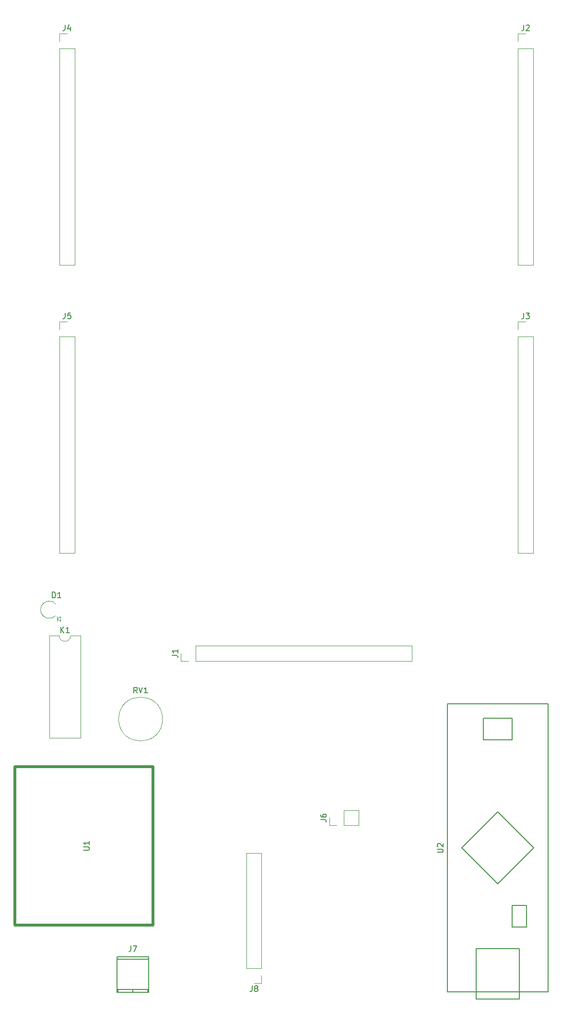
<source format=gto>
G04 #@! TF.GenerationSoftware,KiCad,Pcbnew,(5.1.2)-1*
G04 #@! TF.CreationDate,2019-06-02T19:05:48-04:00*
G04 #@! TF.ProjectId,converter,636f6e76-6572-4746-9572-2e6b69636164,rev?*
G04 #@! TF.SameCoordinates,Original*
G04 #@! TF.FileFunction,Legend,Top*
G04 #@! TF.FilePolarity,Positive*
%FSLAX46Y46*%
G04 Gerber Fmt 4.6, Leading zero omitted, Abs format (unit mm)*
G04 Created by KiCad (PCBNEW (5.1.2)-1) date 2019-06-02 19:05:48*
%MOMM*%
%LPD*%
G04 APERTURE LIST*
%ADD10C,0.120000*%
%ADD11C,0.508000*%
%ADD12C,0.150000*%
G04 APERTURE END LIST*
D10*
X75936800Y-133785920D02*
X78596800Y-133785920D01*
X75936800Y-95625920D02*
X75936800Y-133785920D01*
X78596800Y-95625920D02*
X78596800Y-133785920D01*
X75936800Y-95625920D02*
X78596800Y-95625920D01*
X75936800Y-94355920D02*
X75936800Y-93025920D01*
X75936800Y-93025920D02*
X77266800Y-93025920D01*
D11*
X92436700Y-171494920D02*
X92436700Y-199394920D01*
X68036700Y-171494920D02*
X92436700Y-171494920D01*
X68036700Y-199394920D02*
X68036700Y-171494920D01*
X68036700Y-199394920D02*
X92436700Y-199394920D01*
D10*
X75879500Y-148388920D02*
X74109500Y-148388920D01*
X74109500Y-148388920D02*
X74109500Y-166408920D01*
X74109500Y-166408920D02*
X79649500Y-166408920D01*
X79649500Y-166408920D02*
X79649500Y-148388920D01*
X79649500Y-148388920D02*
X77879500Y-148388920D01*
X77879500Y-148388920D02*
G75*
G02X75879500Y-148388920I-1000000J0D01*
G01*
X94109800Y-163087920D02*
G75*
G03X94109800Y-163087920I-3870000J0D01*
G01*
X75518010Y-144984640D02*
X75518010Y-145873640D01*
X75518010Y-145429140D02*
X76110677Y-144984640D01*
X76110677Y-144984640D02*
X76110677Y-145873640D01*
X76110677Y-145873640D02*
X75518010Y-145429140D01*
X75249194Y-144837288D02*
G75*
G02X75278232Y-142804640I-1128184J1032648D01*
G01*
X138128000Y-152835920D02*
X138128000Y-150175920D01*
X99968000Y-152835920D02*
X138128000Y-152835920D01*
X99968000Y-150175920D02*
X138128000Y-150175920D01*
X99968000Y-152835920D02*
X99968000Y-150175920D01*
X98698000Y-152835920D02*
X97368000Y-152835920D01*
X97368000Y-152835920D02*
X97368000Y-151505920D01*
X156899300Y-82985920D02*
X159559300Y-82985920D01*
X156899300Y-44825920D02*
X156899300Y-82985920D01*
X159559300Y-44825920D02*
X159559300Y-82985920D01*
X156899300Y-44825920D02*
X159559300Y-44825920D01*
X156899300Y-43555920D02*
X156899300Y-42225920D01*
X156899300Y-42225920D02*
X158229300Y-42225920D01*
X156899300Y-133785920D02*
X159559300Y-133785920D01*
X156899300Y-95625920D02*
X156899300Y-133785920D01*
X159559300Y-95625920D02*
X159559300Y-133785920D01*
X156899300Y-95625920D02*
X159559300Y-95625920D01*
X156899300Y-94355920D02*
X156899300Y-93025920D01*
X156899300Y-93025920D02*
X158229300Y-93025920D01*
X75936800Y-82985920D02*
X78596800Y-82985920D01*
X75936800Y-44825920D02*
X75936800Y-82985920D01*
X78596800Y-44825920D02*
X78596800Y-82985920D01*
X75936800Y-44825920D02*
X78596800Y-44825920D01*
X75936800Y-43555920D02*
X75936800Y-42225920D01*
X75936800Y-42225920D02*
X77266800Y-42225920D01*
X128766880Y-181827480D02*
X128766880Y-179167480D01*
X126166880Y-181827480D02*
X128766880Y-181827480D01*
X126166880Y-179167480D02*
X128766880Y-179167480D01*
X126166880Y-181827480D02*
X126166880Y-179167480D01*
X124896880Y-181827480D02*
X123566880Y-181827480D01*
X123566880Y-181827480D02*
X123566880Y-180497480D01*
X111600300Y-186705920D02*
X108940300Y-186705920D01*
X111600300Y-207085920D02*
X111600300Y-186705920D01*
X108940300Y-207085920D02*
X108940300Y-186705920D01*
X111600300Y-207085920D02*
X108940300Y-207085920D01*
X111600300Y-208355920D02*
X111600300Y-209685920D01*
X111600300Y-209685920D02*
X110270300Y-209685920D01*
D12*
X157153600Y-203605920D02*
X149533600Y-203605920D01*
X149533600Y-212495920D02*
X157153600Y-212495920D01*
X149533600Y-203605920D02*
X149533600Y-212495920D01*
X157153600Y-203605920D02*
X157153600Y-212495920D01*
X158423600Y-199795920D02*
X158423600Y-195985920D01*
X158423600Y-195985920D02*
X157153600Y-195985920D01*
X157153600Y-195985920D02*
X155883600Y-195985920D01*
X155883600Y-195985920D02*
X155883600Y-199795920D01*
X155883600Y-199795920D02*
X158423600Y-199795920D01*
X155883600Y-162965920D02*
X155883600Y-166775920D01*
X155883600Y-166775920D02*
X150803600Y-166775920D01*
X150803600Y-166775920D02*
X150803600Y-162965920D01*
X150803600Y-162965920D02*
X155883600Y-162965920D01*
X159693600Y-185825920D02*
X153343600Y-192175920D01*
X153343600Y-192175920D02*
X146993600Y-185825920D01*
X146993600Y-185825920D02*
X153343600Y-179475920D01*
X153343600Y-179475920D02*
X159693600Y-185825920D01*
X144453600Y-211225920D02*
X144453600Y-160425920D01*
X144453600Y-160425920D02*
X162233600Y-160425920D01*
X162233600Y-160425920D02*
X162233600Y-211225920D01*
X162233600Y-211225920D02*
X144453600Y-211225920D01*
X91667380Y-210743880D02*
X86069220Y-210743880D01*
X86267340Y-211241720D02*
X86267340Y-210743880D01*
X91469260Y-210743880D02*
X91469260Y-211241720D01*
X88868300Y-211241720D02*
X88868300Y-210743880D01*
X86069220Y-205442900D02*
X91667380Y-205442900D01*
X86069220Y-211241720D02*
X91667380Y-211241720D01*
X91667380Y-211241720D02*
X91667380Y-205044120D01*
X91667380Y-205044120D02*
X86069220Y-205044120D01*
X86069220Y-205044120D02*
X86069220Y-211241720D01*
X76933466Y-91478300D02*
X76933466Y-92192586D01*
X76885847Y-92335443D01*
X76790609Y-92430681D01*
X76647752Y-92478300D01*
X76552514Y-92478300D01*
X77885847Y-91478300D02*
X77409657Y-91478300D01*
X77362038Y-91954491D01*
X77409657Y-91906872D01*
X77504895Y-91859253D01*
X77742990Y-91859253D01*
X77838228Y-91906872D01*
X77885847Y-91954491D01*
X77933466Y-92049729D01*
X77933466Y-92287824D01*
X77885847Y-92383062D01*
X77838228Y-92430681D01*
X77742990Y-92478300D01*
X77504895Y-92478300D01*
X77409657Y-92430681D01*
X77362038Y-92383062D01*
X80189080Y-186206824D02*
X80998604Y-186206824D01*
X81093842Y-186159205D01*
X81141461Y-186111586D01*
X81189080Y-186016348D01*
X81189080Y-185825872D01*
X81141461Y-185730634D01*
X81093842Y-185683015D01*
X80998604Y-185635396D01*
X80189080Y-185635396D01*
X81189080Y-184635396D02*
X81189080Y-185206824D01*
X81189080Y-184921110D02*
X80189080Y-184921110D01*
X80331938Y-185016348D01*
X80427176Y-185111586D01*
X80474795Y-185206824D01*
X76141404Y-147841300D02*
X76141404Y-146841300D01*
X76712833Y-147841300D02*
X76284261Y-147269872D01*
X76712833Y-146841300D02*
X76141404Y-147412729D01*
X77665214Y-147841300D02*
X77093785Y-147841300D01*
X77379500Y-147841300D02*
X77379500Y-146841300D01*
X77284261Y-146984158D01*
X77189023Y-147079396D01*
X77093785Y-147127015D01*
X89644561Y-158480300D02*
X89311228Y-158004110D01*
X89073133Y-158480300D02*
X89073133Y-157480300D01*
X89454085Y-157480300D01*
X89549323Y-157527920D01*
X89596942Y-157575539D01*
X89644561Y-157670777D01*
X89644561Y-157813634D01*
X89596942Y-157908872D01*
X89549323Y-157956491D01*
X89454085Y-158004110D01*
X89073133Y-158004110D01*
X89930276Y-157480300D02*
X90263609Y-158480300D01*
X90596942Y-157480300D01*
X91454085Y-158480300D02*
X90882657Y-158480300D01*
X91168371Y-158480300D02*
X91168371Y-157480300D01*
X91073133Y-157623158D01*
X90977895Y-157718396D01*
X90882657Y-157766015D01*
X74652914Y-141707806D02*
X74652914Y-140707806D01*
X74891010Y-140707806D01*
X75033867Y-140755426D01*
X75129105Y-140850664D01*
X75176724Y-140945902D01*
X75224343Y-141136378D01*
X75224343Y-141279235D01*
X75176724Y-141469711D01*
X75129105Y-141564949D01*
X75033867Y-141660187D01*
X74891010Y-141707806D01*
X74652914Y-141707806D01*
X76176724Y-141707806D02*
X75605295Y-141707806D01*
X75891010Y-141707806D02*
X75891010Y-140707806D01*
X75795771Y-140850664D01*
X75700533Y-140945902D01*
X75605295Y-140993521D01*
X95820380Y-151839253D02*
X96534666Y-151839253D01*
X96677523Y-151886872D01*
X96772761Y-151982110D01*
X96820380Y-152124967D01*
X96820380Y-152220205D01*
X96820380Y-150839253D02*
X96820380Y-151410681D01*
X96820380Y-151124967D02*
X95820380Y-151124967D01*
X95963238Y-151220205D01*
X96058476Y-151315443D01*
X96106095Y-151410681D01*
X157895966Y-40678300D02*
X157895966Y-41392586D01*
X157848347Y-41535443D01*
X157753109Y-41630681D01*
X157610252Y-41678300D01*
X157515014Y-41678300D01*
X158324538Y-40773539D02*
X158372157Y-40725920D01*
X158467395Y-40678300D01*
X158705490Y-40678300D01*
X158800728Y-40725920D01*
X158848347Y-40773539D01*
X158895966Y-40868777D01*
X158895966Y-40964015D01*
X158848347Y-41106872D01*
X158276919Y-41678300D01*
X158895966Y-41678300D01*
X157895966Y-91478300D02*
X157895966Y-92192586D01*
X157848347Y-92335443D01*
X157753109Y-92430681D01*
X157610252Y-92478300D01*
X157515014Y-92478300D01*
X158276919Y-91478300D02*
X158895966Y-91478300D01*
X158562633Y-91859253D01*
X158705490Y-91859253D01*
X158800728Y-91906872D01*
X158848347Y-91954491D01*
X158895966Y-92049729D01*
X158895966Y-92287824D01*
X158848347Y-92383062D01*
X158800728Y-92430681D01*
X158705490Y-92478300D01*
X158419776Y-92478300D01*
X158324538Y-92430681D01*
X158276919Y-92383062D01*
X76933466Y-40678300D02*
X76933466Y-41392586D01*
X76885847Y-41535443D01*
X76790609Y-41630681D01*
X76647752Y-41678300D01*
X76552514Y-41678300D01*
X77838228Y-41011634D02*
X77838228Y-41678300D01*
X77600133Y-40630681D02*
X77362038Y-41344967D01*
X77981085Y-41344967D01*
X122019260Y-180830813D02*
X122733546Y-180830813D01*
X122876403Y-180878432D01*
X122971641Y-180973670D01*
X123019260Y-181116527D01*
X123019260Y-181211765D01*
X122019260Y-179926051D02*
X122019260Y-180116527D01*
X122066880Y-180211765D01*
X122114499Y-180259384D01*
X122257356Y-180354622D01*
X122447832Y-180402241D01*
X122828784Y-180402241D01*
X122924022Y-180354622D01*
X122971641Y-180307003D01*
X123019260Y-180211765D01*
X123019260Y-180021289D01*
X122971641Y-179926051D01*
X122924022Y-179878432D01*
X122828784Y-179830813D01*
X122590689Y-179830813D01*
X122495451Y-179878432D01*
X122447832Y-179926051D01*
X122400213Y-180021289D01*
X122400213Y-180211765D01*
X122447832Y-180307003D01*
X122495451Y-180354622D01*
X122590689Y-180402241D01*
X109936966Y-210138300D02*
X109936966Y-210852586D01*
X109889347Y-210995443D01*
X109794109Y-211090681D01*
X109651252Y-211138300D01*
X109556014Y-211138300D01*
X110556014Y-210566872D02*
X110460776Y-210519253D01*
X110413157Y-210471634D01*
X110365538Y-210376396D01*
X110365538Y-210328777D01*
X110413157Y-210233539D01*
X110460776Y-210185920D01*
X110556014Y-210138300D01*
X110746490Y-210138300D01*
X110841728Y-210185920D01*
X110889347Y-210233539D01*
X110936966Y-210328777D01*
X110936966Y-210376396D01*
X110889347Y-210471634D01*
X110841728Y-210519253D01*
X110746490Y-210566872D01*
X110556014Y-210566872D01*
X110460776Y-210614491D01*
X110413157Y-210662110D01*
X110365538Y-210757348D01*
X110365538Y-210947824D01*
X110413157Y-211043062D01*
X110460776Y-211090681D01*
X110556014Y-211138300D01*
X110746490Y-211138300D01*
X110841728Y-211090681D01*
X110889347Y-211043062D01*
X110936966Y-210947824D01*
X110936966Y-210757348D01*
X110889347Y-210662110D01*
X110841728Y-210614491D01*
X110746490Y-210566872D01*
X142635980Y-186587824D02*
X143445504Y-186587824D01*
X143540742Y-186540205D01*
X143588361Y-186492586D01*
X143635980Y-186397348D01*
X143635980Y-186206872D01*
X143588361Y-186111634D01*
X143540742Y-186064015D01*
X143445504Y-186016396D01*
X142635980Y-186016396D01*
X142731219Y-185587824D02*
X142683600Y-185540205D01*
X142635980Y-185444967D01*
X142635980Y-185206872D01*
X142683600Y-185111634D01*
X142731219Y-185064015D01*
X142826457Y-185016396D01*
X142921695Y-185016396D01*
X143064552Y-185064015D01*
X143635980Y-185635443D01*
X143635980Y-185016396D01*
X88534966Y-203094420D02*
X88534966Y-203808706D01*
X88487347Y-203951563D01*
X88392109Y-204046801D01*
X88249252Y-204094420D01*
X88154014Y-204094420D01*
X88915919Y-203094420D02*
X89582585Y-203094420D01*
X89154014Y-204094420D01*
M02*

</source>
